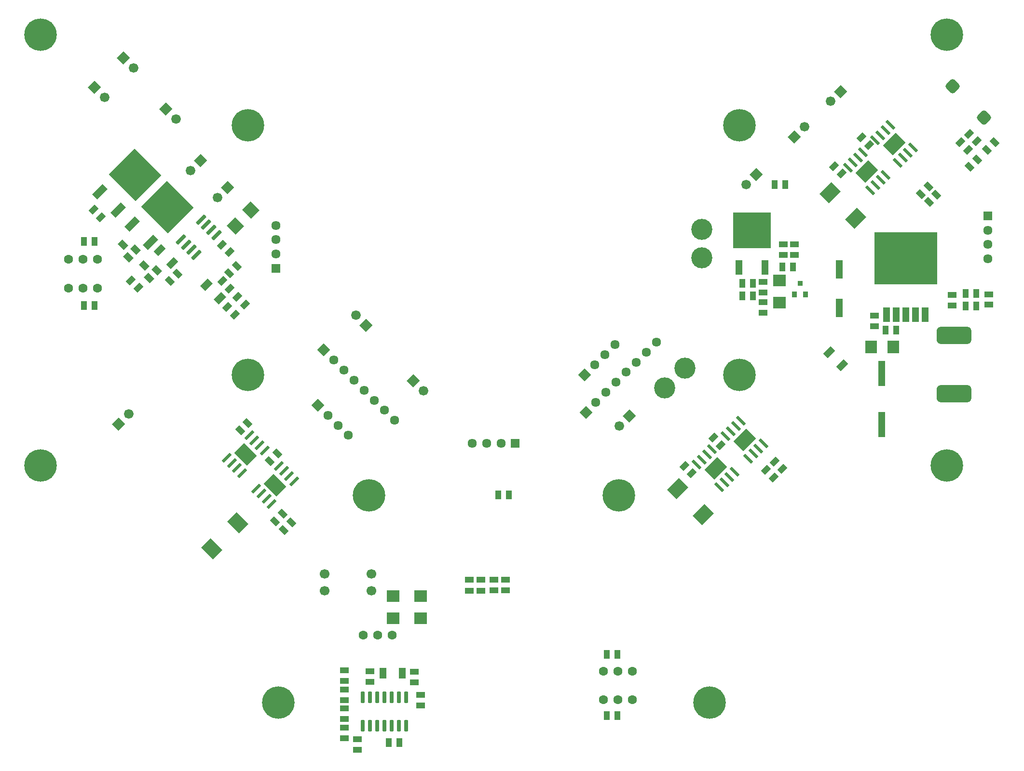
<source format=gbr>
%TF.GenerationSoftware,Altium Limited,Altium Designer,21.8.1 (53)*%
G04 Layer_Color=16711935*
%FSLAX42Y42*%
%MOMM*%
%TF.SameCoordinates,C9F6AB32-9906-4CC4-A0B2-EEC73C5AD028*%
%TF.FilePolarity,Negative*%
%TF.FileFunction,Soldermask,Bot*%
%TF.Part,Single*%
G01*
G75*
%TA.AperFunction,ComponentPad*%
%ADD37C,1.60*%
%TA.AperFunction,SMDPad,CuDef*%
G04:AMPARAMS|DCode=86|XSize=6.6mm|YSize=6.35mm|CornerRadius=0mm|HoleSize=0mm|Usage=FLASHONLY|Rotation=315.000|XOffset=0mm|YOffset=0mm|HoleType=Round|Shape=Rectangle|*
%AMROTATEDRECTD86*
4,1,4,-4.58,0.09,-0.09,4.58,4.58,-0.09,0.09,-4.58,-4.58,0.09,0.0*
%
%ADD86ROTATEDRECTD86*%

G04:AMPARAMS|DCode=87|XSize=1.3mm|YSize=2.6mm|CornerRadius=0mm|HoleSize=0mm|Usage=FLASHONLY|Rotation=315.000|XOffset=0mm|YOffset=0mm|HoleType=Round|Shape=Rectangle|*
%AMROTATEDRECTD87*
4,1,4,-1.38,-0.46,0.46,1.38,1.38,0.46,-0.46,-1.38,-1.38,-0.46,0.0*
%
%ADD87ROTATEDRECTD87*%

G04:AMPARAMS|DCode=88|XSize=0.55mm|YSize=2mm|CornerRadius=0mm|HoleSize=0mm|Usage=FLASHONLY|Rotation=135.000|XOffset=0mm|YOffset=0mm|HoleType=Round|Shape=Rectangle|*
%AMROTATEDRECTD88*
4,1,4,0.90,0.51,-0.51,-0.90,-0.90,-0.51,0.51,0.90,0.90,0.51,0.0*
%
%ADD88ROTATEDRECTD88*%

G04:AMPARAMS|DCode=89|XSize=3.2mm|YSize=2.5mm|CornerRadius=0mm|HoleSize=0mm|Usage=FLASHONLY|Rotation=135.000|XOffset=0mm|YOffset=0mm|HoleType=Round|Shape=Rectangle|*
%AMROTATEDRECTD89*
4,1,4,2.02,-0.25,0.25,-2.02,-2.02,0.25,-0.25,2.02,2.02,-0.25,0.0*
%
%ADD89ROTATEDRECTD89*%

G04:AMPARAMS|DCode=90|XSize=1.1mm|YSize=1.87mm|CornerRadius=0mm|HoleSize=0mm|Usage=FLASHONLY|Rotation=135.000|XOffset=0mm|YOffset=0mm|HoleType=Round|Shape=Rectangle|*
%AMROTATEDRECTD90*
4,1,4,1.05,0.27,-0.27,-1.05,-1.05,-0.27,0.27,1.05,1.05,0.27,0.0*
%
%ADD90ROTATEDRECTD90*%

%ADD91R,11.00X9.20*%
%ADD92R,1.15X2.60*%
G04:AMPARAMS|DCode=93|XSize=1mm|YSize=1.5mm|CornerRadius=0mm|HoleSize=0mm|Usage=FLASHONLY|Rotation=135.000|XOffset=0mm|YOffset=0mm|HoleType=Round|Shape=Rectangle|*
%AMROTATEDRECTD93*
4,1,4,0.88,0.18,-0.18,-0.88,-0.88,-0.18,0.18,0.88,0.88,0.18,0.0*
%
%ADD93ROTATEDRECTD93*%

G04:AMPARAMS|DCode=94|XSize=1.1mm|YSize=1.5mm|CornerRadius=0mm|HoleSize=0mm|Usage=FLASHONLY|Rotation=225.000|XOffset=0mm|YOffset=0mm|HoleType=Round|Shape=Rectangle|*
%AMROTATEDRECTD94*
4,1,4,-0.14,0.92,0.92,-0.14,0.14,-0.92,-0.92,0.14,-0.14,0.92,0.0*
%
%ADD94ROTATEDRECTD94*%

G04:AMPARAMS|DCode=95|XSize=2.07mm|YSize=0.7mm|CornerRadius=0.13mm|HoleSize=0mm|Usage=FLASHONLY|Rotation=225.000|XOffset=0mm|YOffset=0mm|HoleType=Round|Shape=RoundedRectangle|*
%AMROUNDEDRECTD95*
21,1,2.07,0.45,0,0,225.0*
21,1,1.82,0.70,0,0,225.0*
1,1,0.25,-0.80,-0.48*
1,1,0.25,0.48,0.80*
1,1,0.25,0.80,0.48*
1,1,0.25,-0.48,-0.80*
%
%ADD95ROUNDEDRECTD95*%
G04:AMPARAMS|DCode=96|XSize=2.07mm|YSize=0.7mm|CornerRadius=0.2mm|HoleSize=0mm|Usage=FLASHONLY|Rotation=270.000|XOffset=0mm|YOffset=0mm|HoleType=Round|Shape=RoundedRectangle|*
%AMROUNDEDRECTD96*
21,1,2.07,0.30,0,0,270.0*
21,1,1.67,0.70,0,0,270.0*
1,1,0.40,-0.15,-0.84*
1,1,0.40,-0.15,0.84*
1,1,0.40,0.15,0.84*
1,1,0.40,0.15,-0.84*
%
%ADD96ROUNDEDRECTD96*%
%ADD97R,1.00X1.50*%
%ADD98R,1.50X1.00*%
%ADD99R,1.21X1.83*%
G04:AMPARAMS|DCode=100|XSize=3.1mm|YSize=6.1mm|CornerRadius=0.8mm|HoleSize=0mm|Usage=FLASHONLY|Rotation=270.000|XOffset=0mm|YOffset=0mm|HoleType=Round|Shape=RoundedRectangle|*
%AMROUNDEDRECTD100*
21,1,3.10,4.50,0,0,270.0*
21,1,1.50,6.10,0,0,270.0*
1,1,1.60,-2.25,-0.75*
1,1,1.60,-2.25,0.75*
1,1,1.60,2.25,0.75*
1,1,1.60,2.25,-0.75*
%
%ADD100ROUNDEDRECTD100*%
G04:AMPARAMS|DCode=101|XSize=0.55mm|YSize=2mm|CornerRadius=0mm|HoleSize=0mm|Usage=FLASHONLY|Rotation=225.000|XOffset=0mm|YOffset=0mm|HoleType=Round|Shape=Rectangle|*
%AMROTATEDRECTD101*
4,1,4,-0.51,0.90,0.90,-0.51,0.51,-0.90,-0.90,0.51,-0.51,0.90,0.0*
%
%ADD101ROTATEDRECTD101*%

G04:AMPARAMS|DCode=102|XSize=3.2mm|YSize=2.5mm|CornerRadius=0mm|HoleSize=0mm|Usage=FLASHONLY|Rotation=225.000|XOffset=0mm|YOffset=0mm|HoleType=Round|Shape=Rectangle|*
%AMROTATEDRECTD102*
4,1,4,0.25,2.02,2.02,0.25,-0.25,-2.02,-2.02,-0.25,0.25,2.02,0.0*
%
%ADD102ROTATEDRECTD102*%

%ADD103R,1.30X4.50*%
G04:AMPARAMS|DCode=104|XSize=1mm|YSize=1.5mm|CornerRadius=0mm|HoleSize=0mm|Usage=FLASHONLY|Rotation=225.000|XOffset=0mm|YOffset=0mm|HoleType=Round|Shape=Rectangle|*
%AMROTATEDRECTD104*
4,1,4,-0.18,0.88,0.88,-0.18,0.18,-0.88,-0.88,0.18,-0.18,0.88,0.0*
%
%ADD104ROTATEDRECTD104*%

G04:AMPARAMS|DCode=105|XSize=2.39mm|YSize=2.89mm|CornerRadius=0mm|HoleSize=0mm|Usage=FLASHONLY|Rotation=135.000|XOffset=0mm|YOffset=0mm|HoleType=Round|Shape=Rectangle|*
%AMROTATEDRECTD105*
4,1,4,1.87,0.18,-0.18,-1.87,-1.87,-0.18,0.18,1.87,1.87,0.18,0.0*
%
%ADD105ROTATEDRECTD105*%

%ADD106R,1.30X3.30*%
G04:AMPARAMS|DCode=107|XSize=2.39mm|YSize=2.89mm|CornerRadius=0mm|HoleSize=0mm|Usage=FLASHONLY|Rotation=225.000|XOffset=0mm|YOffset=0mm|HoleType=Round|Shape=Rectangle|*
%AMROTATEDRECTD107*
4,1,4,-0.18,1.87,1.87,-0.18,0.18,-1.87,-1.87,0.18,-0.18,1.87,0.0*
%
%ADD107ROTATEDRECTD107*%

G04:AMPARAMS|DCode=108|XSize=2.1mm|YSize=2.2mm|CornerRadius=0mm|HoleSize=0mm|Usage=FLASHONLY|Rotation=225.000|XOffset=0mm|YOffset=0mm|HoleType=Round|Shape=RoundedRectangle|*
%AMROUNDEDRECTD108*
21,1,2.10,2.20,0,0,225.0*
21,1,2.10,2.20,0,0,225.0*
1,1,0.00,-1.52,0.04*
1,1,0.00,-0.04,1.52*
1,1,0.00,1.52,-0.04*
1,1,0.00,0.04,-1.52*
%
%ADD108ROUNDEDRECTD108*%
G04:AMPARAMS|DCode=109|XSize=2.1mm|YSize=2.2mm|CornerRadius=0mm|HoleSize=0mm|Usage=FLASHONLY|Rotation=270.000|XOffset=0mm|YOffset=0mm|HoleType=Round|Shape=RoundedRectangle|*
%AMROUNDEDRECTD109*
21,1,2.10,2.20,0,0,270.0*
21,1,2.10,2.20,0,0,270.0*
1,1,0.00,-1.10,-1.05*
1,1,0.00,-1.10,1.05*
1,1,0.00,1.10,1.05*
1,1,0.00,1.10,-1.05*
%
%ADD109ROUNDEDRECTD109*%
G04:AMPARAMS|DCode=110|XSize=1.21mm|YSize=1.83mm|CornerRadius=0mm|HoleSize=0mm|Usage=FLASHONLY|Rotation=135.000|XOffset=0mm|YOffset=0mm|HoleType=Round|Shape=Rectangle|*
%AMROTATEDRECTD110*
4,1,4,1.07,0.22,-0.22,-1.07,-1.07,-0.22,0.22,1.07,1.07,0.22,0.0*
%
%ADD110ROTATEDRECTD110*%

G04:AMPARAMS|DCode=111|XSize=2.1mm|YSize=2.2mm|CornerRadius=0mm|HoleSize=0mm|Usage=FLASHONLY|Rotation=180.000|XOffset=0mm|YOffset=0mm|HoleType=Round|Shape=RoundedRectangle|*
%AMROUNDEDRECTD111*
21,1,2.10,2.20,0,0,180.0*
21,1,2.10,2.20,0,0,180.0*
1,1,0.00,-1.05,1.10*
1,1,0.00,1.05,1.10*
1,1,0.00,1.05,-1.10*
1,1,0.00,-1.05,-1.10*
%
%ADD111ROUNDEDRECTD111*%
%ADD112R,1.30X2.60*%
%ADD113R,6.60X6.35*%
%ADD114R,0.90X1.00*%
%ADD115R,0.90X0.90*%
%TA.AperFunction,ComponentPad*%
%ADD116P,2.37X4X90.0*%
%ADD117C,1.68*%
%ADD118C,1.70*%
%ADD119C,0.10*%
%TA.AperFunction,ViaPad*%
%ADD120C,5.70*%
%TA.AperFunction,ComponentPad*%
%ADD121P,2.37X4X180.0*%
%ADD122C,3.70*%
%ADD123C,1.61*%
%ADD124P,2.27X4X90.0*%
%ADD125P,2.27X4X360.0*%
%ADD126R,1.61X1.61*%
G04:AMPARAMS|DCode=127|XSize=2.1mm|YSize=2.1mm|CornerRadius=0.55mm|HoleSize=0mm|Usage=FLASHONLY|Rotation=135.000|XOffset=0mm|YOffset=0mm|HoleType=Round|Shape=RoundedRectangle|*
%AMROUNDEDRECTD127*
21,1,2.10,1.00,0,0,135.0*
21,1,1.00,2.10,0,0,135.0*
1,1,1.10,0.00,0.71*
1,1,1.10,0.71,0.00*
1,1,1.10,0.00,-0.71*
1,1,1.10,-0.71,0.00*
%
%ADD127ROUNDEDRECTD127*%
%ADD128R,1.61X1.61*%
D37*
X17964Y13230D02*
D03*
X18218D02*
D03*
X17710D02*
D03*
X22177Y12101D02*
D03*
X21923D02*
D03*
X22431D02*
D03*
Y12601D02*
D03*
X21923D02*
D03*
X22177D02*
D03*
X12538Y19840D02*
D03*
X13046D02*
D03*
X12792D02*
D03*
X12536Y19330D02*
D03*
X13044D02*
D03*
X12790Y19330D02*
D03*
D86*
X13703Y21318D02*
D03*
X14270Y20755D02*
D03*
D87*
X13081Y21021D02*
D03*
X13405Y20697D02*
D03*
X13648Y20458D02*
D03*
X13972Y20134D02*
D03*
D88*
X16496Y15936D02*
D03*
X16406Y16026D02*
D03*
X16317Y16116D02*
D03*
X16227Y16205D02*
D03*
X16100Y15540D02*
D03*
X16010Y15630D02*
D03*
X15921Y15720D02*
D03*
X15831Y15809D02*
D03*
X15312Y16348D02*
D03*
X15402Y16258D02*
D03*
X15491Y16169D02*
D03*
X15581Y16079D02*
D03*
X15708Y16744D02*
D03*
X15797Y16654D02*
D03*
X15887Y16565D02*
D03*
X15977Y16475D02*
D03*
D89*
X16160Y15869D02*
D03*
X15641Y16408D02*
D03*
D90*
X25887Y18203D02*
D03*
X26113Y17977D02*
D03*
X14357Y19773D02*
D03*
X14131Y19999D02*
D03*
D91*
X27231Y19857D02*
D03*
D92*
X26891Y18867D02*
D03*
X27061D02*
D03*
X27231D02*
D03*
X27401D02*
D03*
X27571D02*
D03*
D93*
X13105Y20572D02*
D03*
X12972Y20705D02*
D03*
X13625Y19468D02*
D03*
X13758Y19335D02*
D03*
X23475Y16074D02*
D03*
X23344Y16205D02*
D03*
X26454Y21975D02*
D03*
X26585Y21844D02*
D03*
X25974Y21475D02*
D03*
X26105Y21344D02*
D03*
X23852Y16704D02*
D03*
X23984Y16573D02*
D03*
X24928Y16284D02*
D03*
X25061Y16151D02*
D03*
X24779Y16135D02*
D03*
X24912Y16002D02*
D03*
X15366Y19321D02*
D03*
X15233Y19454D02*
D03*
X15499Y19177D02*
D03*
X15632Y19044D02*
D03*
X15456Y18865D02*
D03*
X15323Y18998D02*
D03*
X28323Y21760D02*
D03*
X28190Y21893D02*
D03*
X28473Y21909D02*
D03*
X28341Y22042D02*
D03*
X15228Y20093D02*
D03*
X15361Y19960D02*
D03*
D94*
X14083Y19642D02*
D03*
X13948Y19507D02*
D03*
X13860Y19730D02*
D03*
X13715Y20003D02*
D03*
X13580Y19868D02*
D03*
X13492Y20091D02*
D03*
D95*
X14860Y20534D02*
D03*
X14950Y20444D02*
D03*
X15040Y20354D02*
D03*
X15130Y20264D02*
D03*
X14780Y19915D02*
D03*
X14691Y20005D02*
D03*
X14601Y20095D02*
D03*
X14511Y20184D02*
D03*
D96*
X17703Y11644D02*
D03*
X17830Y11644D02*
D03*
X17957D02*
D03*
X18084D02*
D03*
X18211D02*
D03*
X18338Y11644D02*
D03*
X18465Y11644D02*
D03*
X18465Y12139D02*
D03*
X18338D02*
D03*
X18211Y12139D02*
D03*
X18084Y12139D02*
D03*
X17957D02*
D03*
X17830Y12139D02*
D03*
X17703Y12139D02*
D03*
D97*
X18156Y11342D02*
D03*
X18344Y11342D02*
D03*
X28284Y19237D02*
D03*
X28472D02*
D03*
X24931Y21148D02*
D03*
X25119Y21148D02*
D03*
X21984Y11822D02*
D03*
X22172Y11822D02*
D03*
X20077Y15699D02*
D03*
X20263D02*
D03*
X22172Y12894D02*
D03*
X21984Y12894D02*
D03*
X28471Y19020D02*
D03*
X28285D02*
D03*
X12806Y19023D02*
D03*
X12994Y19023D02*
D03*
X12806Y20148D02*
D03*
X12994Y20148D02*
D03*
X27067Y18591D02*
D03*
X26881D02*
D03*
X25252Y19702D02*
D03*
X25064D02*
D03*
X24548Y19194D02*
D03*
X24360D02*
D03*
X24361Y19417D02*
D03*
X24547D02*
D03*
D98*
X18715Y11995D02*
D03*
Y12183D02*
D03*
X18609Y12593D02*
D03*
Y12407D02*
D03*
X19568Y14204D02*
D03*
Y14016D02*
D03*
X28044Y19214D02*
D03*
X28044Y19026D02*
D03*
X28691Y19223D02*
D03*
Y19037D02*
D03*
X20001Y14017D02*
D03*
Y14203D02*
D03*
X19770Y14204D02*
D03*
Y14016D02*
D03*
X20201Y14017D02*
D03*
Y14203D02*
D03*
X25084Y19912D02*
D03*
Y20100D02*
D03*
X25276Y19910D02*
D03*
Y20096D02*
D03*
X17608Y11406D02*
D03*
Y11218D02*
D03*
X17378Y11606D02*
D03*
Y11418D02*
D03*
X17380Y11945D02*
D03*
Y11757D02*
D03*
Y12278D02*
D03*
X17380Y12090D02*
D03*
X17826Y12413D02*
D03*
X17826Y12601D02*
D03*
X17380Y12614D02*
D03*
Y12426D02*
D03*
X26686Y18659D02*
D03*
Y18845D02*
D03*
X24729Y19249D02*
D03*
Y19435D02*
D03*
X24727Y19086D02*
D03*
Y18898D02*
D03*
D99*
X18397Y12568D02*
D03*
X18056D02*
D03*
D100*
X28080Y17475D02*
D03*
Y18500D02*
D03*
D101*
X27090Y21531D02*
D03*
X27180Y21621D02*
D03*
X27269Y21710D02*
D03*
X27359Y21800D02*
D03*
X26694Y21927D02*
D03*
X26784Y22017D02*
D03*
X26873Y22106D02*
D03*
X26963Y22196D02*
D03*
X26609Y21050D02*
D03*
X26699Y21140D02*
D03*
X26789Y21230D02*
D03*
X26879Y21320D02*
D03*
X26213Y21446D02*
D03*
X26303Y21536D02*
D03*
X26393Y21626D02*
D03*
X26483Y21716D02*
D03*
X24465Y16331D02*
D03*
X24555Y16421D02*
D03*
X24645Y16511D02*
D03*
X24735Y16601D02*
D03*
X24069Y16727D02*
D03*
X24159Y16817D02*
D03*
X24249Y16907D02*
D03*
X24339Y16997D02*
D03*
X23957Y15831D02*
D03*
X24047Y15921D02*
D03*
X24136Y16011D02*
D03*
X24226Y16101D02*
D03*
X23561Y16227D02*
D03*
X23651Y16317D02*
D03*
X23740Y16407D02*
D03*
X23830Y16497D02*
D03*
D102*
X27030Y21860D02*
D03*
X26549Y21379D02*
D03*
X24406Y16660D02*
D03*
X23897Y16161D02*
D03*
D103*
X26810Y17830D02*
D03*
Y16930D02*
D03*
D104*
X27628Y21115D02*
D03*
X27495Y20982D02*
D03*
X27768Y20975D02*
D03*
X27635Y20842D02*
D03*
X28354Y21460D02*
D03*
X28487Y21593D02*
D03*
X28790Y21892D02*
D03*
X28657Y21759D02*
D03*
X16065Y16292D02*
D03*
X16197Y16423D02*
D03*
X16160Y15232D02*
D03*
X16293Y15365D02*
D03*
X16310Y15082D02*
D03*
X16443Y15215D02*
D03*
X15547Y16830D02*
D03*
X15678Y16961D02*
D03*
X15353Y19589D02*
D03*
X15486Y19722D02*
D03*
X14315Y19452D02*
D03*
X14448Y19585D02*
D03*
D105*
X26354Y20555D02*
D03*
X25902Y21007D02*
D03*
X23226Y15805D02*
D03*
X23678Y15353D02*
D03*
D106*
X26060Y19660D02*
D03*
Y18980D02*
D03*
D107*
X15502Y15204D02*
D03*
X15049Y14752D02*
D03*
D108*
X15462Y20421D02*
D03*
X15738Y20697D02*
D03*
D109*
X18231Y13917D02*
D03*
X18231Y13527D02*
D03*
X18711Y13917D02*
D03*
Y13527D02*
D03*
X25010Y19462D02*
D03*
Y19073D02*
D03*
D110*
X14953Y19392D02*
D03*
X15194Y19151D02*
D03*
D111*
X26625Y18300D02*
D03*
X27015D02*
D03*
D112*
X24757Y19697D02*
D03*
X24299D02*
D03*
D113*
X24528Y20347D02*
D03*
D114*
X25469Y19217D02*
D03*
X25279D02*
D03*
D115*
X25374Y19417D02*
D03*
D116*
X25280Y21990D02*
D03*
X14850Y21575D02*
D03*
X13414Y16939D02*
D03*
X15325Y21100D02*
D03*
X26087Y22787D02*
D03*
X24610Y21330D02*
D03*
X22377Y17087D02*
D03*
D117*
X25457Y22167D02*
D03*
X17579Y18856D02*
D03*
X18767Y17523D02*
D03*
X13170Y22680D02*
D03*
X14673Y21398D02*
D03*
X13591Y17116D02*
D03*
X15148Y20923D02*
D03*
X13680Y23200D02*
D03*
X25910Y22610D02*
D03*
X24433Y21153D02*
D03*
X22200Y16910D02*
D03*
X14420Y22300D02*
D03*
D118*
X17854Y14013D02*
D03*
X17034Y14307D02*
D03*
X17854D02*
D03*
X17034Y14013D02*
D03*
D119*
X17994Y14030D02*
D03*
X16894D02*
D03*
D120*
X15687Y22192D02*
D03*
X16217Y12045D02*
D03*
X27955Y16217D02*
D03*
Y23783D02*
D03*
X24313Y22192D02*
D03*
X22192Y15687D02*
D03*
X24313Y17808D02*
D03*
X12045Y23783D02*
D03*
X15687Y17808D02*
D03*
X17808Y15687D02*
D03*
X23783Y12045D02*
D03*
X12045Y16217D02*
D03*
D121*
X17756Y18679D02*
D03*
X18590Y17700D02*
D03*
X12993Y22857D02*
D03*
X13503Y23377D02*
D03*
X14243Y22477D02*
D03*
D122*
X23003Y17573D02*
D03*
X23357Y17927D02*
D03*
X23650Y19860D02*
D03*
Y20360D02*
D03*
D123*
X22127Y18337D02*
D03*
X21950Y18160D02*
D03*
X21773Y17983D02*
D03*
X17443Y16743D02*
D03*
X17267Y16920D02*
D03*
X17090Y17097D02*
D03*
X20125Y16602D02*
D03*
X19875D02*
D03*
X19625D02*
D03*
X28673Y20347D02*
D03*
X28673Y20097D02*
D03*
Y19847D02*
D03*
X18254Y17006D02*
D03*
X18077Y17183D02*
D03*
X17900Y17360D02*
D03*
X17723Y17537D02*
D03*
X17546Y17714D02*
D03*
X17370Y17890D02*
D03*
X17193Y18067D02*
D03*
X16177Y19930D02*
D03*
Y20180D02*
D03*
Y20430D02*
D03*
X22853Y18382D02*
D03*
X22676Y18205D02*
D03*
X22499Y18029D02*
D03*
X22322Y17852D02*
D03*
X22146Y17675D02*
D03*
X21969Y17498D02*
D03*
X21792Y17322D02*
D03*
D124*
X21596Y17806D02*
D03*
X21615Y17145D02*
D03*
D125*
X16913Y17273D02*
D03*
X17016Y18244D02*
D03*
D126*
X20375Y16602D02*
D03*
D127*
X28606Y22324D02*
D03*
X28054Y22876D02*
D03*
D128*
X28673Y20597D02*
D03*
X16177Y19680D02*
D03*
%TF.MD5,79365767905ed98aa83921f1905697f9*%
M02*

</source>
